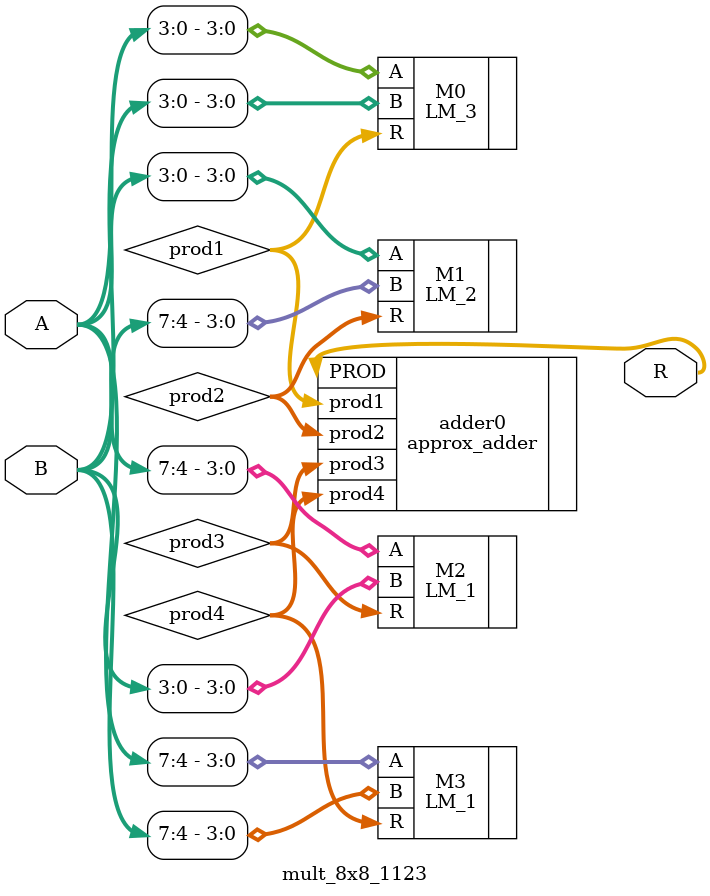
<source format=v>
module mult_8x8_1123(
input [7:0] A,
input [7:0] B,
output [15:0]R
);
wire [7:0]prod1;
wire [7:0]prod2;
wire [7:0]prod3;
wire [7:0]prod4;

LM_3 M0(.A(A[3:0]),.B(B[3:0]),.R(prod1));
LM_2 M1(.A(A[3:0]),.B(B[7:4]),.R(prod2));
LM_1 M2(.A(A[7:4]),.B(B[3:0]),.R(prod3));
LM_1 M3(.A(A[7:4]),.B(B[7:4]),.R(prod4));
approx_adder adder0(.prod1(prod1),.prod2(prod2),.prod3(prod3),.prod4(prod4),.PROD(R));
endmodule

</source>
